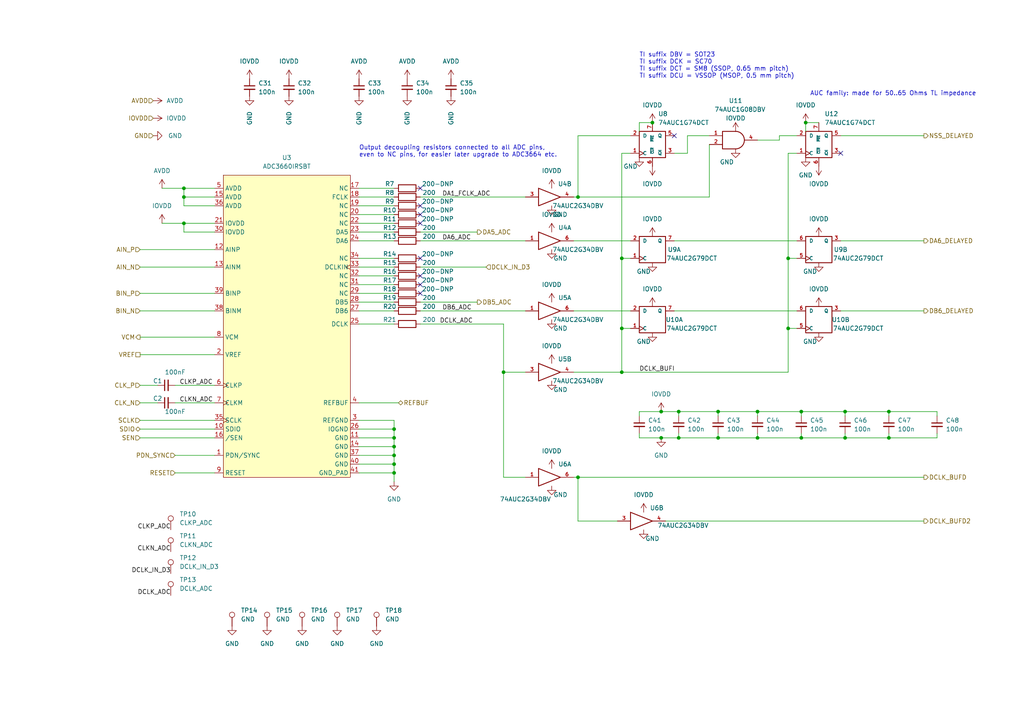
<source format=kicad_sch>
(kicad_sch (version 20211123) (generator eeschema)
  (paper "A4")
  (title_block (title "H7DDCADC") (date "2022-07-10") (rev "initial") (company "papamidas DM1CR") (comment 1 "ADC and Serial Protocol Converter "))
  (lib_symbols
    (symbol "74xGxx:74AUC1G08" (pin_names (offset 1.016))
      (property "Reference" "U" (at -2.54 3.81 0))
      (property "Value" "74AUC1G08" (at 0 -3.81 0))
      (symbol "74AUC1G08_0_1"
        (arc (start 0 -2.54) (mid 2.54 0) (end 0 2.54) (stroke (width 0.254)))
        (polyline (pts (xy 0 -2.54) (xy -3.81 -2.54) (xy -3.81 2.54) (xy 0 2.54)) (stroke (width 0.254)))
      )
      (symbol "74AUC1G08_1_1"
        (pin input line (at -7.62 1.27 0) (length 3.81) (name "~") (number "1"))
        (pin input line (at -7.62 -1.27 0) (length 3.81) (name "~") (number "2"))
        (pin power_in line (at 0 -2.54 270) (length 0) hide (name "GND") (number "3"))
        (pin output line (at 6.35 0 180) (length 3.81) (name "~") (number "4"))
        (pin power_in line (at 0 2.54 90) (length 0) hide (name "VCC") (number "5"))
      )
    )
    (symbol "74xGxx:74AUC1G74" (pin_names (offset 1.016))
      (property "Reference" "U" (at -2.54 5.08 0))
      (property "Value" "74AUC1G74" (at 5.08 -5.08 0))
      (symbol "74AUC1G74_0_1"
        (rectangle (start -3.81 3.81) (end 3.81 -3.81) (stroke (width 0.254)))
      )
      (symbol "74AUC1G74_1_1"
        (pin input clock (at -6.35 -2.54 0) (length 2.54) (name "C") (number "1"))
        (pin input line (at -6.35 2.54 0) (length 2.54) (name "D") (number "2"))
        (pin output line (at 6.35 -2.54 180) (length 2.54) (name "~{Q}") (number "3"))
        (pin power_in line (at -3.81 -3.81 270) (length 0) hide (name "GND") (number "4"))
        (pin output line (at 6.35 2.54 180) (length 2.54) (name "Q") (number "5"))
        (pin input line (at 0 -6.35 90) (length 2.54) (name "~{CLR}") (number "6"))
        (pin input line (at 0 6.35 270) (length 2.54) (name "~{PRE}") (number "7"))
        (pin power_in line (at -3.81 3.81 90) (length 0) hide (name "VCC") (number "8"))
      )
    )
    (symbol "74xGxx:74AUC2G34" (pin_names (offset 1.016))
      (property "Reference" "U" (at -2.54 3.81 0))
      (property "Value" "74AUC2G34" (at 0 -3.81 0))
      (symbol "74AUC2G34_0_1"
        (polyline (pts (xy -3.81 2.54) (xy -3.81 -2.54) (xy 2.54 0) (xy -3.81 2.54)) (stroke (width 0.254)))
        (pin power_in line (at 0 -2.54 270) (length 0) hide (name "GND") (number "2"))
        (pin power_in line (at 0 2.54 90) (length 0) hide (name "VCC") (number "5"))
      )
      (symbol "74AUC2G34_1_1"
        (pin input line (at -7.62 0 0) (length 3.81) (name "~") (number "1"))
        (pin output line (at 6.35 0 180) (length 3.81) (name "~") (number "6"))
      )
      (symbol "74AUC2G34_2_1"
        (pin input line (at -7.62 0 0) (length 3.81) (name "~") (number "3"))
        (pin output line (at 6.35 0 180) (length 3.81) (name "~") (number "4"))
      )
    )
    (symbol "74xGxx:74AUC2G79" (pin_names (offset 1.016))
      (property "Reference" "U" (at -2.54 5.08 0))
      (property "Value" "74AUC2G79" (at 0 -5.08 0))
      (symbol "74AUC2G79_0_1"
        (rectangle (start -3.81 3.81) (end 3.81 -3.81) (stroke (width 0.254)))
        (pin power_in line (at 0 -3.81 270) (length 0) hide (name "GND") (number "4"))
        (pin power_in line (at 0 3.81 90) (length 0) hide (name "VCC") (number "8"))
      )
      (symbol "74AUC2G79_1_1"
        (pin input clock (at -6.35 -2.54 0) (length 2.54) (name "C") (number "1"))
        (pin input line (at -6.35 2.54 0) (length 2.54) (name "D") (number "2"))
        (pin output line (at 6.35 2.54 180) (length 2.54) (name "Q") (number "7"))
      )
      (symbol "74AUC2G79_2_1"
        (pin output line (at 6.35 2.54 180) (length 2.54) (name "Q") (number "3"))
        (pin input clock (at -6.35 -2.54 0) (length 2.54) (name "C") (number "5"))
        (pin input line (at -6.35 2.54 0) (length 2.54) (name "D") (number "6"))
      )
    )
    (symbol "Connector:TestPoint" (pin_numbers hide) (pin_names (offset 0.762) hide)
      (property "Reference" "TP" (at 0 6.858 0))
      (property "Value" "TestPoint" (at 0 5.08 0))
      (symbol "TestPoint_0_1"
        (circle (center 0 3.302) (radius 0.762))
      )
      (symbol "TestPoint_1_1"
        (pin passive line (at 0 0 90) (length 2.54) (name "1") (number "1"))
      )
    )
    (symbol "DM1CR_Library_loc:ADC3660IRSBT"
      (property "Reference" "U" (at -16.51 44.45 0))
      (property "Value" "ADC3660IRSBT" (at -10.16 -45.72 0))
      (symbol "ADC3660IRSBT_0_1"
        (rectangle (start -17.78 43.18) (end 19.05 -44.45) (fill (type background)))
      )
      (symbol "ADC3660IRSBT_1_1"
        (pin input line (at -20.32 -38.1 0) (length 2.54) (name "PDN/SYNC") (number "1"))
        (pin bidirectional line (at -20.32 -30.48 0) (length 2.54) (name "SDIO") (number "10"))
        (pin power_in line (at 21.59 -33.02 180) (length 2.54) (name "GND") (number "11"))
        (pin passive line (at -20.32 21.59 0) (length 2.54) (name "AINP") (number "12"))
        (pin passive line (at -20.32 16.51 0) (length 2.54) (name "AINM") (number "13"))
        (pin power_in line (at 21.59 -35.56 180) (length 2.54) (name "GND") (number "14"))
        (pin power_in line (at -20.32 36.83 0) (length 2.54) (name "AVDD") (number "15"))
        (pin input line (at -20.32 -33.02 0) (length 2.54) (name "/SEN") (number "16"))
        (pin passive line (at 21.59 39.37 180) (length 2.54) (name "NC") (number "17"))
        (pin output line (at 21.59 36.83 180) (length 2.54) (name "FCLK") (number "18"))
        (pin passive line (at 21.59 34.29 180) (length 2.54) (name "NC") (number "19"))
        (pin passive line (at -20.32 -8.89 0) (length 2.54) (name "VREF") (number "2"))
        (pin passive line (at 21.59 31.75 180) (length 2.54) (name "NC") (number "20"))
        (pin power_in line (at -20.32 29.21 0) (length 2.54) (name "IOVDD") (number "21"))
        (pin passive line (at 21.59 29.21 180) (length 2.54) (name "NC") (number "22"))
        (pin output line (at 21.59 26.67 180) (length 2.54) (name "DA5") (number "23"))
        (pin output line (at 21.59 24.13 180) (length 2.54) (name "DA6") (number "24"))
        (pin output line (at 21.59 0 180) (length 2.54) (name "DCLK") (number "25"))
        (pin power_in line (at 21.59 -30.48 180) (length 2.54) (name "IOGND") (number "26"))
        (pin output line (at 21.59 3.81 180) (length 2.54) (name "DB6") (number "27"))
        (pin output line (at 21.59 6.35 180) (length 2.54) (name "DB5") (number "28"))
        (pin passive line (at 21.59 8.89 180) (length 2.54) (name "NC") (number "29"))
        (pin passive line (at 21.59 -27.94 180) (length 2.54) (name "REFGND") (number "3"))
        (pin power_in line (at -20.32 26.67 0) (length 2.54) (name "IOVDD") (number "30"))
        (pin passive line (at 21.59 11.43 180) (length 2.54) (name "NC") (number "31"))
        (pin passive line (at 21.59 13.97 180) (length 2.54) (name "NC") (number "32"))
        (pin input clock (at 21.59 16.51 180) (length 2.54) (name "DCLKIN") (number "33"))
        (pin passive line (at 21.59 19.05 180) (length 2.54) (name "NC") (number "34"))
        (pin input clock (at -20.32 -27.94 0) (length 2.54) (name "SCLK") (number "35"))
        (pin power_in line (at -20.32 34.29 0) (length 2.54) (name "AVDD") (number "36"))
        (pin power_in line (at 21.59 -38.1 180) (length 2.54) (name "GND") (number "37"))
        (pin passive line (at -20.32 3.81 0) (length 2.54) (name "BINM") (number "38"))
        (pin passive line (at -20.32 8.89 0) (length 2.54) (name "BINP") (number "39"))
        (pin passive line (at 21.59 -22.86 180) (length 2.54) (name "REFBUF") (number "4"))
        (pin power_in line (at 21.59 -40.64 180) (length 2.54) (name "GND") (number "40"))
        (pin power_in line (at 21.59 -43.18 180) (length 2.54) (name "GND_PAD") (number "41"))
        (pin power_in line (at -20.32 39.37 0) (length 2.54) (name "AVDD") (number "5"))
        (pin input clock (at -20.32 -17.78 0) (length 2.54) (name "CLKP") (number "6"))
        (pin input clock (at -20.32 -22.86 0) (length 2.54) (name "CLKM") (number "7"))
        (pin passive line (at -20.32 -3.81 0) (length 2.54) (name "VCM") (number "8"))
        (pin input line (at -20.32 -43.18 0) (length 2.54) (name "RESET") (number "9"))
      )
    )
    (symbol "DM1CR_Library_loc:AVDD" (power) (pin_names (offset 0))
      (property "Value" "AVDD" (at 0 3.556 0))
      (symbol "AVDD_0_1"
        (polyline (pts (xy -0.762 1.27) (xy 0 2.54)))
        (polyline (pts (xy 0 0) (xy 0 2.54)))
        (polyline (pts (xy 0 2.54) (xy 0.762 1.27)))
      )
      (symbol "AVDD_1_1"
        (pin power_in line (at 0 0 90) (length 0) hide (name "AVDD") (number "1"))
      )
    )
    (symbol "DM1CR_Library_loc:IOVDD" (power) (pin_names (offset 0))
      (property "Value" "IOVDD" (at 0 3.556 0))
      (symbol "IOVDD_0_1"
        (polyline (pts (xy -0.762 1.27) (xy 0 2.54)))
        (polyline (pts (xy 0 0) (xy 0 2.54)))
        (polyline (pts (xy 0 2.54) (xy 0.762 1.27)))
      )
      (symbol "IOVDD_1_1"
        (pin power_in line (at 0 0 90) (length 0) hide (name "IOVDD") (number "1"))
      )
    )
    (symbol "Device:C_Small" (pin_numbers hide) (pin_names (offset 0.254) hide)
      (property "Reference" "C" (at 0.254 1.778 0))
      (property "Value" "C_Small" (at 0.254 -2.032 0))
      (symbol "C_Small_0_1"
        (polyline (pts (xy -1.524 -0.508) (xy 1.524 -0.508)) (stroke (width 0.3302)))
        (polyline (pts (xy -1.524 0.508) (xy 1.524 0.508)) (stroke (width 0.3048)))
      )
      (symbol "C_Small_1_1"
        (pin passive line (at 0 2.54 270) (length 2.032) (name "~") (number "1"))
        (pin passive line (at 0 -2.54 90) (length 2.032) (name "~") (number "2"))
      )
    )
    (symbol "Device:R" (pin_numbers hide) (pin_names (offset 0))
      (property "Reference" "R" (at 2.032 0 90))
      (property "Value" "R" (at 0 0 90))
      (symbol "R_0_1"
        (rectangle (start -1.016 -2.54) (end 1.016 2.54) (stroke (width 0.254)))
      )
      (symbol "R_1_1"
        (pin passive line (at 0 3.81 270) (length 1.27) (name "~") (number "1"))
        (pin passive line (at 0 -3.81 90) (length 1.27) (name "~") (number "2"))
      )
    )
    (symbol "power:GND" (power) (pin_names (offset 0))
      (property "Value" "GND" (at 0 -3.81 0))
      (symbol "GND_0_1"
        (polyline (pts (xy 0 0) (xy 0 -1.27) (xy 1.27 -1.27) (xy 0 -2.54) (xy -1.27 -1.27) (xy 0 -1.27)))
      )
      (symbol "GND_1_1"
        (pin power_in line (at 0 0 270) (length 0) hide (name "GND") (number "1"))
      )
    )
  )
  (junction (at 180.34 107.95))
  (junction (at 114.3 127))
  (junction (at 219.71 119.38))
  (junction (at 114.3 134.62))
  (junction (at 114.3 129.54))
  (junction (at 208.28 127))
  (junction (at 167.64 57.15))
  (junction (at 219.71 127))
  (junction (at 180.34 95.25))
  (junction (at 114.3 124.46))
  (junction (at 53.34 57.15))
  (junction (at 228.6 95.25))
  (junction (at 232.41 127))
  (junction (at 53.34 54.61))
  (junction (at 232.41 119.38))
  (junction (at 233.68 35.56))
  (junction (at 114.3 137.16))
  (junction (at 191.77 119.38))
  (junction (at 245.11 119.38))
  (junction (at 196.85 119.38))
  (junction (at 257.81 119.38))
  (junction (at 167.64 138.43))
  (junction (at 196.85 127))
  (junction (at 180.34 74.93))
  (junction (at 257.81 127))
  (junction (at 208.28 119.38))
  (junction (at 146.05 107.95))
  (junction (at 245.11 127))
  (junction (at 191.77 127))
  (junction (at 189.23 35.56))
  (junction (at 53.34 64.77))
  (junction (at 228.6 74.93))
  (junction (at 114.3 132.08))
  (no_connect (at 195.58 39.37))
  (no_connect (at 243.84 44.45))
  (no_connect (at 121.92 80.01))
  (no_connect (at 121.92 54.61))
  (no_connect (at 121.92 85.09))
  (no_connect (at 121.92 74.93))
  (no_connect (at 121.92 82.55))
  (no_connect (at 121.92 62.23))
  (no_connect (at 121.92 64.77))
  (no_connect (at 121.92 59.69))
  (wire (pts (xy 257.81 127) (xy 271.78 127)))
  (wire (pts (xy 121.92 69.85) (xy 152.4 69.85)))
  (wire (pts (xy 114.3 132.08) (xy 114.3 134.62)))
  (wire (pts (xy 104.14 127) (xy 114.3 127)))
  (wire (pts (xy 232.41 127) (xy 245.11 127)))
  (wire (pts (xy 40.64 85.09) (xy 62.23 85.09)))
  (wire (pts (xy 226.06 39.37) (xy 231.14 39.37)))
  (wire (pts (xy 196.85 127) (xy 208.28 127)))
  (wire (pts (xy 208.28 125.73) (xy 208.28 127)))
  (wire (pts (xy 196.85 119.38) (xy 208.28 119.38)))
  (wire (pts (xy 104.14 121.92) (xy 114.3 121.92)))
  (wire (pts (xy 271.78 119.38) (xy 271.78 120.65)))
  (wire (pts (xy 121.92 90.17) (xy 152.4 90.17)))
  (wire (pts (xy 191.77 127) (xy 196.85 127)))
  (wire (pts (xy 104.14 116.84) (xy 115.57 116.84)))
  (wire (pts (xy 53.34 64.77) (xy 46.99 64.77)))
  (wire (pts (xy 40.64 90.17) (xy 62.23 90.17)))
  (wire (pts (xy 104.14 137.16) (xy 114.3 137.16)))
  (wire (pts (xy 193.04 151.13) (xy 267.97 151.13)))
  (wire (pts (xy 104.14 90.17) (xy 114.3 90.17)))
  (wire (pts (xy 104.14 77.47) (xy 114.3 77.47)))
  (wire (pts (xy 195.58 90.17) (xy 231.14 90.17)))
  (wire (pts (xy 180.34 44.45) (xy 180.34 74.93)))
  (wire (pts (xy 257.81 119.38) (xy 271.78 119.38)))
  (wire (pts (xy 180.34 74.93) (xy 180.34 95.25)))
  (wire (pts (xy 228.6 95.25) (xy 228.6 74.93)))
  (wire (pts (xy 167.64 138.43) (xy 267.97 138.43)))
  (wire (pts (xy 53.34 64.77) (xy 62.23 64.77)))
  (wire (pts (xy 40.64 121.92) (xy 62.23 121.92)))
  (wire (pts (xy 208.28 119.38) (xy 219.71 119.38)))
  (wire (pts (xy 185.42 35.56) (xy 189.23 35.56)))
  (wire (pts (xy 53.34 57.15) (xy 53.34 54.61)))
  (wire (pts (xy 53.34 59.69) (xy 62.23 59.69)))
  (wire (pts (xy 182.88 44.45) (xy 180.34 44.45)))
  (wire (pts (xy 114.3 124.46) (xy 114.3 127)))
  (wire (pts (xy 104.14 62.23) (xy 114.3 62.23)))
  (wire (pts (xy 114.3 129.54) (xy 114.3 132.08)))
  (wire (pts (xy 233.68 35.56) (xy 237.49 35.56)))
  (wire (pts (xy 104.14 80.01) (xy 114.3 80.01)))
  (wire (pts (xy 53.34 54.61) (xy 62.23 54.61)))
  (wire (pts (xy 40.64 124.46) (xy 62.23 124.46)))
  (wire (pts (xy 114.3 121.92) (xy 114.3 124.46)))
  (wire (pts (xy 146.05 93.98) (xy 146.05 107.95)))
  (wire (pts (xy 232.41 119.38) (xy 232.41 120.65)))
  (wire (pts (xy 185.42 127) (xy 191.77 127)))
  (wire (pts (xy 104.14 85.09) (xy 114.3 85.09)))
  (wire (pts (xy 205.74 41.91) (xy 205.74 57.15)))
  (wire (pts (xy 104.14 67.31) (xy 114.3 67.31)))
  (wire (pts (xy 196.85 125.73) (xy 196.85 127)))
  (wire (pts (xy 104.14 64.77) (xy 114.3 64.77)))
  (wire (pts (xy 53.34 67.31) (xy 53.34 64.77)))
  (wire (pts (xy 228.6 74.93) (xy 231.14 74.93)))
  (wire (pts (xy 104.14 134.62) (xy 114.3 134.62)))
  (wire (pts (xy 195.58 44.45) (xy 199.39 44.45)))
  (wire (pts (xy 114.3 127) (xy 114.3 129.54)))
  (wire (pts (xy 53.34 57.15) (xy 62.23 57.15)))
  (wire (pts (xy 219.71 119.38) (xy 232.41 119.38)))
  (wire (pts (xy 121.92 77.47) (xy 140.97 77.47)))
  (wire (pts (xy 205.74 39.37) (xy 199.39 39.37)))
  (wire (pts (xy 104.14 124.46) (xy 114.3 124.46)))
  (wire (pts (xy 104.14 93.98) (xy 114.3 93.98)))
  (wire (pts (xy 228.6 44.45) (xy 228.6 74.93)))
  (wire (pts (xy 121.92 93.98) (xy 146.05 93.98)))
  (wire (pts (xy 245.11 125.73) (xy 245.11 127)))
  (wire (pts (xy 166.37 57.15) (xy 167.64 57.15)))
  (wire (pts (xy 114.3 134.62) (xy 114.3 137.16)))
  (wire (pts (xy 40.64 102.87) (xy 62.23 102.87)))
  (wire (pts (xy 104.14 57.15) (xy 114.3 57.15)))
  (wire (pts (xy 121.92 67.31) (xy 138.43 67.31)))
  (wire (pts (xy 205.74 57.15) (xy 167.64 57.15)))
  (wire (pts (xy 53.34 59.69) (xy 53.34 57.15)))
  (wire (pts (xy 232.41 119.38) (xy 245.11 119.38)))
  (wire (pts (xy 104.14 132.08) (xy 114.3 132.08)))
  (wire (pts (xy 104.14 54.61) (xy 114.3 54.61)))
  (wire (pts (xy 245.11 127) (xy 257.81 127)))
  (wire (pts (xy 40.64 97.79) (xy 62.23 97.79)))
  (wire (pts (xy 40.64 77.47) (xy 62.23 77.47)))
  (wire (pts (xy 104.14 82.55) (xy 114.3 82.55)))
  (wire (pts (xy 114.3 137.16) (xy 114.3 139.7)))
  (wire (pts (xy 231.14 44.45) (xy 228.6 44.45)))
  (wire (pts (xy 185.42 35.56) (xy 185.42 38.1)))
  (wire (pts (xy 40.64 111.76) (xy 45.72 111.76)))
  (wire (pts (xy 219.71 119.38) (xy 219.71 120.65)))
  (wire (pts (xy 40.64 72.39) (xy 62.23 72.39)))
  (wire (pts (xy 166.37 138.43) (xy 167.64 138.43)))
  (wire (pts (xy 243.84 69.85) (xy 267.97 69.85)))
  (wire (pts (xy 167.64 151.13) (xy 167.64 138.43)))
  (wire (pts (xy 185.42 125.73) (xy 185.42 127)))
  (wire (pts (xy 166.37 107.95) (xy 180.34 107.95)))
  (wire (pts (xy 219.71 127) (xy 232.41 127)))
  (wire (pts (xy 199.39 39.37) (xy 199.39 44.45)))
  (wire (pts (xy 195.58 69.85) (xy 231.14 69.85)))
  (wire (pts (xy 166.37 69.85) (xy 182.88 69.85)))
  (wire (pts (xy 257.81 119.38) (xy 257.81 120.65)))
  (wire (pts (xy 271.78 125.73) (xy 271.78 127)))
  (wire (pts (xy 146.05 107.95) (xy 152.4 107.95)))
  (wire (pts (xy 167.64 151.13) (xy 179.07 151.13)))
  (wire (pts (xy 219.71 40.64) (xy 226.06 40.64)))
  (wire (pts (xy 104.14 69.85) (xy 114.3 69.85)))
  (wire (pts (xy 196.85 120.65) (xy 196.85 119.38)))
  (wire (pts (xy 167.64 39.37) (xy 182.88 39.37)))
  (wire (pts (xy 50.8 132.08) (xy 62.23 132.08)))
  (wire (pts (xy 182.88 74.93) (xy 180.34 74.93)))
  (wire (pts (xy 232.41 125.73) (xy 232.41 127)))
  (wire (pts (xy 208.28 119.38) (xy 208.28 120.65)))
  (wire (pts (xy 104.14 74.93) (xy 114.3 74.93)))
  (wire (pts (xy 121.92 57.15) (xy 152.4 57.15)))
  (wire (pts (xy 185.42 119.38) (xy 185.42 120.65)))
  (wire (pts (xy 50.8 111.76) (xy 62.23 111.76)))
  (wire (pts (xy 243.84 39.37) (xy 267.97 39.37)))
  (wire (pts (xy 50.8 116.84) (xy 62.23 116.84)))
  (wire (pts (xy 226.06 40.64) (xy 226.06 39.37)))
  (wire (pts (xy 40.64 116.84) (xy 45.72 116.84)))
  (wire (pts (xy 233.68 35.56) (xy 233.68 38.1)))
  (wire (pts (xy 180.34 107.95) (xy 228.6 107.95)))
  (wire (pts (xy 228.6 107.95) (xy 228.6 95.25)))
  (wire (pts (xy 121.92 87.63) (xy 138.43 87.63)))
  (wire (pts (xy 245.11 119.38) (xy 245.11 120.65)))
  (wire (pts (xy 231.14 95.25) (xy 228.6 95.25)))
  (wire (pts (xy 53.34 67.31) (xy 62.23 67.31)))
  (wire (pts (xy 191.77 119.38) (xy 185.42 119.38)))
  (wire (pts (xy 104.14 59.69) (xy 114.3 59.69)))
  (wire (pts (xy 219.71 125.73) (xy 219.71 127)))
  (wire (pts (xy 40.64 127) (xy 62.23 127)))
  (wire (pts (xy 104.14 129.54) (xy 114.3 129.54)))
  (wire (pts (xy 104.14 87.63) (xy 114.3 87.63)))
  (wire (pts (xy 167.64 39.37) (xy 167.64 57.15)))
  (wire (pts (xy 50.8 137.16) (xy 62.23 137.16)))
  (wire (pts (xy 243.84 90.17) (xy 267.97 90.17)))
  (wire (pts (xy 196.85 119.38) (xy 191.77 119.38)))
  (wire (pts (xy 180.34 95.25) (xy 182.88 95.25)))
  (wire (pts (xy 245.11 119.38) (xy 257.81 119.38)))
  (wire (pts (xy 257.81 125.73) (xy 257.81 127)))
  (wire (pts (xy 53.34 54.61) (xy 46.99 54.61)))
  (wire (pts (xy 146.05 107.95) (xy 146.05 138.43)))
  (wire (pts (xy 180.34 95.25) (xy 180.34 107.95)))
  (wire (pts (xy 146.05 138.43) (xy 152.4 138.43)))
  (wire (pts (xy 208.28 127) (xy 219.71 127)))
  (wire (pts (xy 166.37 90.17) (xy 182.88 90.17)))
  (text "TI suffix DBV = SOT23\nTI suffix DCK = SC70\nTI suffix DCT = SM8 (SSOP, 0.65 mm pitch)\nTI suffix DCU = VSSOP (MSOP, 0.5 mm pitch)" (at 185.42 22.86 0) (effects (font (size 1.27 1.27)) (justify left bottom)))
  (text "Output decoupling resistors connected to all ADC pins,\neven to NC pins, for easier later upgrade to ADC3664 etc." (at 104.14 45.72 0) (effects (font (size 1.27 1.27)) (justify left bottom)))
  (text "AUC family: made for 50..65 Ohms TL impedance" (at 234.95 27.94 0) (effects (font (size 1.27 1.27)) (justify left bottom)))
  (label "DCLK_ADC" (at 137.16 93.98 180))
  (label "CLKN_ADC" (at 52.07 116.84 0))
  (label "CLKN_ADC" (at 49.53 160.02 180))
  (label "CLKP_ADC" (at 52.07 111.76 0))
  (label "DCLK_BUFI" (at 185.42 107.95 0))
  (label "DA6_ADC" (at 128.27 69.85 0))
  (label "CLKP_ADC" (at 49.53 153.67 180))
  (label "DB6_ADC" (at 128.27 90.17 0))
  (label "DA1_FCLK_ADC" (at 128.27 57.15 0))
  (label "DCLK_IN_D3" (at 49.53 166.37 180))
  (label "DCLK_ADC" (at 49.53 172.72 180))
  (hierarchical_label "AVDD" (shape input) (at 44.45 29.21 180))
  (hierarchical_label "BIN_P" (shape input) (at 40.64 85.09 180))
  (hierarchical_label "NSS_DELAYED" (shape output) (at 267.97 39.37 0))
  (hierarchical_label "DCLK_BUFD" (shape output) (at 267.97 138.43 0))
  (hierarchical_label "VCM" (shape output) (at 40.64 97.79 180))
  (hierarchical_label "DB5_ADC" (shape output) (at 138.43 87.63 0))
  (hierarchical_label "DCLK_IN_D3" (shape input) (at 140.97 77.47 0))
  (hierarchical_label "SEN" (shape input) (at 40.64 127 180))
  (hierarchical_label "IOVDD" (shape input) (at 44.45 34.29 180))
  (hierarchical_label "RESET" (shape input) (at 50.8 137.16 180))
  (hierarchical_label "AIN_P" (shape input) (at 40.64 72.39 180))
  (hierarchical_label "SDIO" (shape bidirectional) (at 40.64 124.46 180))
  (hierarchical_label "SCLK" (shape input) (at 40.64 121.92 180))
  (hierarchical_label "BIN_N" (shape input) (at 40.64 90.17 180))
  (hierarchical_label "VREF" (shape passive) (at 40.64 102.87 180))
  (hierarchical_label "REFBUF" (shape bidirectional) (at 115.57 116.84 0))
  (hierarchical_label "DB6_DELAYED" (shape output) (at 267.97 90.17 0))
  (hierarchical_label "CLK_P" (shape input) (at 40.64 111.76 180))
  (hierarchical_label "DCLK_BUFD2" (shape output) (at 267.97 151.13 0))
  (hierarchical_label "DA5_ADC" (shape output) (at 138.43 67.31 0))
  (hierarchical_label "PDN_SYNC" (shape input) (at 50.8 132.08 180))
  (hierarchical_label "AIN_N" (shape input) (at 40.64 77.47 180))
  (hierarchical_label "DA6_DELAYED" (shape output) (at 267.97 69.85 0))
  (hierarchical_label "GND" (shape input) (at 44.45 39.37 180))
  (hierarchical_label "CLK_N" (shape input) (at 40.64 116.84 180))
  (symbol (lib_id "DM1CR_Library_loc:AVDD") (at 118.11 22.86 0) (unit 1)
    (property "Reference" "#PWR0164" (effects hide))
    (property "Value" "AVDD" (at 118.11 17.78 0))
  )
  (symbol (lib_id "74xGxx:74AUC2G79") (at 189.23 92.71 0) (unit 1)
    (property "Reference" "U10" (at 195.58 92.71 0))
    (property "Value" "74AUC2G79DCT" (at 200.66 95.25 0))
    (property "Footprint" "Package_SO:MSOP-8_3x3mm_P0.65mm" (effects hide))
    (property "Datasheet" "http://www.ti.com/lit/sg/scyt129e/scyt129e.pdf" (effects hide))
  )
  (symbol (lib_id "74xGxx:74AUC2G34") (at 160.02 138.43 0) (unit 1)
    (property "Reference" "U6" (at 163.83 134.62 0))
    (property "Value" "74AUC2G34DBV" (at 152.4 144.78 0))
    (property "Footprint" "Package_TO_SOT_SMD:SOT-23-6_Handsoldering" (effects hide))
    (property "Datasheet" "http://www.ti.com/lit/sg/scyt129e/scyt129e.pdf" (effects hide))
  )
  (symbol (lib_id "Device:C_Small") (at 196.85 123.19 0) (unit 1)
    (property "Reference" "C42" (at 199.39 121.9262 0) (effects (justify left)))
    (property "Value" "100n" (at 199.39 124.4662 0) (effects (justify left)))
    (property "Footprint" "Capacitor_SMD:C_0402_1005Metric_Pad0.74x0.62mm_HandSolder" (effects hide))
  )
  (symbol (lib_id "74xGxx:74AUC1G74") (at 189.23 41.91 0) (unit 1)
    (property "Reference" "U8" (at 190.9001 33.02 0) (effects (justify left)))
    (property "Value" "74AUC1G74DCT" (at 190.9001 35.56 0) (effects (justify left)))
    (property "Footprint" "Package_SO:VSSOP-8_2.4x2.1mm_P0.5mm" (effects hide))
    (property "Datasheet" "http://www.ti.com/lit/sg/scyt129e/scyt129e.pdf" (effects hide))
  )
  (symbol (lib_id "DM1CR_Library_loc:IOVDD") (at 72.39 22.86 0) (unit 1)
    (property "Reference" "#PWR0140" (effects hide))
    (property "Value" "IOVDD" (at 72.39 17.78 0))
  )
  (symbol (lib_id "Device:R") (at 118.11 74.93 90) (unit 1)
    (property "Reference" "R14" (at 113.03 73.66 90))
    (property "Value" "200-DNP" (at 127 73.66 90))
    (property "Footprint" "Resistor_SMD:R_0402_1005Metric_Pad0.72x0.64mm_HandSolder" (effects hide))
  )
  (symbol (lib_id "Device:C_Small") (at 219.71 123.19 0) (unit 1)
    (property "Reference" "C44" (at 222.25 121.9262 0) (effects (justify left)))
    (property "Value" "100n" (at 222.25 124.4662 0) (effects (justify left)))
    (property "Footprint" "Capacitor_SMD:C_0402_1005Metric_Pad0.74x0.62mm_HandSolder" (effects hide))
  )
  (symbol (lib_id "power:GND") (at 160.02 110.49 0) (unit 1)
    (property "Reference" "#PWR055" (effects hide))
    (property "Value" "GND" (at 162.56 113.03 0))
  )
  (symbol (lib_id "Connector:TestPoint") (at 67.31 181.61 0) (unit 1)
    (property "Reference" "TP14" (at 69.85 177.0379 0) (effects (justify left)))
    (property "Value" "GND" (at 69.85 179.5779 0) (effects (justify left)))
    (property "Footprint" "TestPoint:TestPoint_THTPad_D1.5mm_Drill0.7mm" (effects hide))
  )
  (symbol (lib_id "Device:C_Small") (at 72.39 25.4 0) (unit 1)
    (property "Reference" "C31" (at 74.93 24.1362 0) (effects (justify left)))
    (property "Value" "100n" (at 74.93 26.6762 0) (effects (justify left)))
    (property "Footprint" "Capacitor_SMD:C_0402_1005Metric_Pad0.74x0.62mm_HandSolder" (effects hide))
  )
  (symbol (lib_id "power:GND") (at 87.63 181.61 0) (unit 1)
    (property "Reference" "#PWR033" (effects hide))
    (property "Value" "GND" (at 87.63 186.69 0))
  )
  (symbol (lib_id "DM1CR_Library_loc:IOVDD") (at 160.02 105.41 0) (unit 1)
    (property "Reference" "#PWR0173" (effects hide))
    (property "Value" "IOVDD" (at 160.02 100.33 0))
  )
  (symbol (lib_id "power:GND") (at 118.11 27.94 0) (unit 1)
    (property "Reference" "#PWR0141" (effects hide))
    (property "Value" "GND" (at 118.11 34.29 90))
  )
  (symbol (lib_id "power:GND") (at 97.79 181.61 0) (unit 1)
    (property "Reference" "#PWR034" (effects hide))
    (property "Value" "GND" (at 97.79 186.69 0))
  )
  (symbol (lib_id "Connector:TestPoint") (at 49.53 160.02 0) (unit 1)
    (property "Reference" "TP11" (at 52.07 155.4479 0) (effects (justify left)))
    (property "Value" "CLKN_ADC" (at 52.07 157.9879 0) (effects (justify left)))
    (property "Footprint" "TestPoint:TestPoint_THTPad_D1.5mm_Drill0.7mm" (effects hide))
  )
  (symbol (lib_id "DM1CR_Library_loc:IOVDD") (at 233.68 35.56 0) (unit 1)
    (property "Reference" "#PWR07" (effects hide))
    (property "Value" "IOVDD" (at 233.68 30.48 0))
  )
  (symbol (lib_id "Device:R") (at 118.11 59.69 90) (unit 1)
    (property "Reference" "R9" (at 113.03 58.42 90))
    (property "Value" "200-DNP" (at 127 58.42 90))
    (property "Footprint" "Resistor_SMD:R_0402_1005Metric_Pad0.72x0.64mm_HandSolder" (effects hide))
  )
  (symbol (lib_id "power:GND") (at 44.45 39.37 90) (unit 1)
    (property "Reference" "#PWR043" (effects hide))
    (property "Value" "GND" (at 50.8 39.37 90))
  )
  (symbol (lib_id "Device:R") (at 118.11 82.55 90) (unit 1)
    (property "Reference" "R17" (at 113.03 81.28 90))
    (property "Value" "200-DNP" (at 127 81.28 90))
    (property "Footprint" "Resistor_SMD:R_0402_1005Metric_Pad0.72x0.64mm_HandSolder" (effects hide))
  )
  (symbol (lib_id "DM1CR_Library_loc:AVDD") (at 130.81 22.86 0) (unit 1)
    (property "Reference" "#PWR0163" (effects hide))
    (property "Value" "AVDD" (at 130.81 17.78 0))
  )
  (symbol (lib_id "power:GND") (at 160.02 59.69 0) (unit 1)
    (property "Reference" "#PWR049" (effects hide))
    (property "Value" "GND" (at 162.56 62.23 0))
  )
  (symbol (lib_id "74xGxx:74AUC2G79") (at 189.23 72.39 0) (unit 1)
    (property "Reference" "U9" (at 195.58 72.39 0))
    (property "Value" "74AUC2G79DCT" (at 200.66 74.93 0))
    (property "Footprint" "Package_SO:MSOP-8_3x3mm_P0.65mm" (effects hide))
    (property "Datasheet" "http://www.ti.com/lit/sg/scyt129e/scyt129e.pdf" (effects hide))
  )
  (symbol (lib_id "74xGxx:74AUC1G08") (at 213.36 40.64 0) (unit 1)
    (property "Reference" "U11" (at 213.36 29.21 0))
    (property "Value" "74AUC1G08DBV" (at 214.63 31.75 0))
    (property "Footprint" "Package_TO_SOT_SMD:SOT-23-5" (effects hide))
    (property "Datasheet" "http://www.ti.com/lit/sg/scyt129e/scyt129e.pdf" (effects hide))
  )
  (symbol (lib_id "power:GND") (at 160.02 92.71 0) (unit 1)
    (property "Reference" "#PWR053" (effects hide))
    (property "Value" "GND" (at 162.56 95.25 0))
  )
  (symbol (lib_id "power:GND") (at 191.77 127 0) (unit 1)
    (property "Reference" "#PWR015" (effects hide))
    (property "Value" "GND" (at 191.77 132.08 0))
  )
  (symbol (lib_id "DM1CR_Library_loc:IOVDD") (at 189.23 35.56 0) (unit 1)
    (property "Reference" "#PWR0178" (effects hide))
    (property "Value" "IOVDD" (at 189.23 30.48 0))
  )
  (symbol (lib_id "power:GND") (at 109.22 181.61 0) (unit 1)
    (property "Reference" "#PWR093" (effects hide))
    (property "Value" "GND" (at 109.22 186.69 0))
  )
  (symbol (lib_id "DM1CR_Library_loc:IOVDD") (at 237.49 48.26 180) (unit 1)
    (property "Reference" "#PWR0167" (effects hide))
    (property "Value" "IOVDD" (at 237.49 53.34 0))
  )
  (symbol (lib_id "DM1CR_Library_loc:IOVDD") (at 237.49 88.9 0) (unit 1)
    (property "Reference" "#PWR0172" (effects hide))
    (property "Value" "IOVDD" (at 237.49 83.82 0))
  )
  (symbol (lib_id "Connector:TestPoint") (at 97.79 181.61 0) (unit 1)
    (property "Reference" "TP17" (at 100.33 177.0379 0) (effects (justify left)))
    (property "Value" "GND" (at 100.33 179.5779 0) (effects (justify left)))
    (property "Footprint" "TestPoint:TestPoint_THTPad_D1.5mm_Drill0.7mm" (effects hide))
  )
  (symbol (lib_id "power:GND") (at 160.02 140.97 0) (unit 1)
    (property "Reference" "#PWR057" (effects hide))
    (property "Value" "GND" (at 162.56 143.51 0))
  )
  (symbol (lib_id "74xGxx:74AUC2G34") (at 186.69 151.13 0) (unit 2)
    (property "Reference" "U6" (at 190.5 147.32 0))
    (property "Value" "74AUC2G34DBV" (at 198.12 152.4 0))
    (property "Footprint" "Package_TO_SOT_SMD:SOT-23-6_Handsoldering" (effects hide))
    (property "Datasheet" "http://www.ti.com/lit/sg/scyt129e/scyt129e.pdf" (effects hide))
  )
  (symbol (lib_id "DM1CR_Library_loc:IOVDD") (at 189.23 68.58 0) (unit 1)
    (property "Reference" "#PWR0169" (effects hide))
    (property "Value" "IOVDD" (at 189.23 63.5 0))
  )
  (symbol (lib_id "74xGxx:74AUC2G34") (at 160.02 107.95 0) (unit 2)
    (property "Reference" "U5" (at 163.83 104.14 0))
    (property "Value" "74AUC2G34DBV" (at 167.64 110.49 0))
    (property "Footprint" "Package_TO_SOT_SMD:SOT-23-6_Handsoldering" (effects hide))
    (property "Datasheet" "http://www.ti.com/lit/sg/scyt129e/scyt129e.pdf" (effects hide))
  )
  (symbol (lib_id "power:GND") (at 186.69 153.67 0) (unit 1)
    (property "Reference" "#PWR061" (effects hide))
    (property "Value" "GND" (at 189.23 156.21 0))
  )
  (symbol (lib_id "Device:C_Small") (at 185.42 123.19 0) (unit 1)
    (property "Reference" "C41" (at 187.96 121.9262 0) (effects (justify left)))
    (property "Value" "100n" (at 187.96 124.4662 0) (effects (justify left)))
    (property "Footprint" "Capacitor_SMD:C_0402_1005Metric_Pad0.74x0.62mm_HandSolder" (effects hide))
  )
  (symbol (lib_id "DM1CR_Library_loc:IOVDD") (at 186.69 148.59 0) (unit 1)
    (property "Reference" "#PWR0171" (effects hide))
    (property "Value" "IOVDD" (at 186.69 143.51 0))
  )
  (symbol (lib_id "power:GND") (at 233.68 45.72 0) (unit 1)
    (property "Reference" "#PWR070" (effects hide))
    (property "Value" "GND" (at 233.68 50.8 0))
  )
  (symbol (lib_id "DM1CR_Library_loc:ADC3660IRSBT") (at 82.55 93.98 0) (unit 1)
    (property "Reference" "U3" (at 83.185 45.72 0))
    (property "Value" "ADC3660IRSBT" (at 83.185 48.26 0))
    (property "Footprint" "Package_DFN_QFN:UQFN-40-1EP_5x5mm_P0.4mm_EP3.8x3.8mm_ThermalVias" (effects hide))
  )
  (symbol (lib_id "DM1CR_Library_loc:IOVDD") (at 83.82 22.86 0) (unit 1)
    (property "Reference" "#PWR0142" (effects hide))
    (property "Value" "IOVDD" (at 83.82 17.78 0))
  )
  (symbol (lib_id "Connector:TestPoint") (at 87.63 181.61 0) (unit 1)
    (property "Reference" "TP16" (at 90.17 177.0379 0) (effects (justify left)))
    (property "Value" "GND" (at 90.17 179.5779 0) (effects (justify left)))
    (property "Footprint" "TestPoint:TestPoint_THTPad_D1.5mm_Drill0.7mm" (effects hide))
  )
  (symbol (lib_id "Device:R") (at 118.11 64.77 90) (unit 1)
    (property "Reference" "R11" (at 113.03 63.5 90))
    (property "Value" "200-DNP" (at 127 63.5 90))
    (property "Footprint" "Resistor_SMD:R_0402_1005Metric_Pad0.72x0.64mm_HandSolder" (effects hide))
  )
  (symbol (lib_id "power:GND") (at 237.49 76.2 0) (unit 1)
    (property "Reference" "#PWR073" (effects hide))
    (property "Value" "GND" (at 234.95 78.74 0))
  )
  (symbol (lib_id "power:GND") (at 77.47 181.61 0) (unit 1)
    (property "Reference" "#PWR028" (effects hide))
    (property "Value" "GND" (at 77.47 186.69 0))
  )
  (symbol (lib_id "power:GND") (at 72.39 27.94 0) (unit 1)
    (property "Reference" "#PWR0135" (effects hide))
    (property "Value" "GND" (at 72.39 34.29 90))
  )
  (symbol (lib_id "Device:R") (at 118.11 90.17 270) (unit 1)
    (property "Reference" "R20" (at 113.03 88.9 90))
    (property "Value" "200" (at 124.46 88.9 90))
    (property "Footprint" "Resistor_SMD:R_0402_1005Metric_Pad0.72x0.64mm_HandSolder" (effects hide))
  )
  (symbol (lib_id "74xGxx:74AUC1G74") (at 237.49 41.91 0) (unit 1)
    (property "Reference" "U12" (at 239.1601 33.02 0) (effects (justify left)))
    (property "Value" "74AUC1G74DCT" (at 239.1601 35.56 0) (effects (justify left)))
    (property "Footprint" "Package_SO:VSSOP-8_2.4x2.1mm_P0.5mm" (effects hide))
    (property "Datasheet" "http://www.ti.com/lit/sg/scyt129e/scyt129e.pdf" (effects hide))
  )
  (symbol (lib_id "74xGxx:74AUC2G34") (at 160.02 90.17 0) (unit 1)
    (property "Reference" "U5" (at 163.83 86.36 0))
    (property "Value" "74AUC2G34DBV" (at 167.64 92.71 0))
    (property "Footprint" "Package_TO_SOT_SMD:SOT-23-6_Handsoldering" (effects hide))
    (property "Datasheet" "http://www.ti.com/lit/sg/scyt129e/scyt129e.pdf" (effects hide))
  )
  (symbol (lib_id "Connector:TestPoint") (at 49.53 166.37 0) (unit 1)
    (property "Reference" "TP12" (at 52.07 161.7979 0) (effects (justify left)))
    (property "Value" "DCLK_IN_D3" (at 52.07 164.3379 0) (effects (justify left)))
    (property "Footprint" "TestPoint:TestPoint_THTPad_D1.5mm_Drill0.7mm" (effects hide))
  )
  (symbol (lib_id "DM1CR_Library_loc:IOVDD") (at 160.02 54.61 0) (unit 1)
    (property "Reference" "#PWR0177" (effects hide))
    (property "Value" "IOVDD" (at 160.02 49.53 0))
  )
  (symbol (lib_id "74xGxx:74AUC2G79") (at 237.49 92.71 0) (unit 2)
    (property "Reference" "U10" (at 243.84 92.71 0))
    (property "Value" "74AUC2G79DCT" (at 248.92 95.25 0))
    (property "Footprint" "Package_SO:MSOP-8_3x3mm_P0.65mm" (effects hide))
    (property "Datasheet" "http://www.ti.com/lit/sg/scyt129e/scyt129e.pdf" (effects hide))
  )
  (symbol (lib_id "Device:C_Small") (at 271.78 123.19 0) (unit 1)
    (property "Reference" "C48" (at 274.32 121.9262 0) (effects (justify left)))
    (property "Value" "100n" (at 274.32 124.4662 0) (effects (justify left)))
    (property "Footprint" "Capacitor_SMD:C_0402_1005Metric_Pad0.74x0.62mm_HandSolder" (effects hide))
  )
  (symbol (lib_id "Device:C_Small") (at 208.28 123.19 0) (unit 1)
    (property "Reference" "C43" (at 210.82 121.9262 0) (effects (justify left)))
    (property "Value" "100n" (at 210.82 124.4662 0) (effects (justify left)))
    (property "Footprint" "Capacitor_SMD:C_0402_1005Metric_Pad0.74x0.62mm_HandSolder" (effects hide))
  )
  (symbol (lib_id "Device:C_Small") (at 257.81 123.19 0) (unit 1)
    (property "Reference" "C47" (at 260.35 121.9262 0) (effects (justify left)))
    (property "Value" "100n" (at 260.35 124.4662 0) (effects (justify left)))
    (property "Footprint" "Capacitor_SMD:C_0402_1005Metric_Pad0.74x0.62mm_HandSolder" (effects hide))
  )
  (symbol (lib_id "Device:R") (at 118.11 85.09 90) (unit 1)
    (property "Reference" "R18" (at 113.03 83.82 90))
    (property "Value" "200-DNP" (at 127 83.82 90))
    (property "Footprint" "Resistor_SMD:R_0402_1005Metric_Pad0.72x0.64mm_HandSolder" (effects hide))
  )
  (symbol (lib_id "Device:R") (at 118.11 69.85 270) (unit 1)
    (property "Reference" "R13" (at 113.03 68.58 90))
    (property "Value" "200" (at 124.46 68.58 90))
    (property "Footprint" "Resistor_SMD:R_0402_1005Metric_Pad0.72x0.64mm_HandSolder" (effects hide))
  )
  (symbol (lib_id "power:GND") (at 213.36 43.18 0) (unit 1)
    (property "Reference" "#PWR068" (effects hide))
    (property "Value" "GND" (at 210.82 46.99 0))
  )
  (symbol (lib_id "Connector:TestPoint") (at 77.47 181.61 0) (unit 1)
    (property "Reference" "TP15" (at 80.01 177.0379 0) (effects (justify left)))
    (property "Value" "GND" (at 80.01 179.5779 0) (effects (justify left)))
    (property "Footprint" "TestPoint:TestPoint_THTPad_D1.5mm_Drill0.7mm" (effects hide))
  )
  (symbol (lib_id "Device:C_Small") (at 48.26 116.84 90) (unit 1)
    (property "Reference" "C2" (at 45.72 115.57 90))
    (property "Value" "100nF" (at 50.8 119.38 90))
    (property "Footprint" "Capacitor_SMD:C_0805_2012Metric" (effects hide))
  )
  (symbol (lib_id "DM1CR_Library_loc:IOVDD") (at 191.77 119.38 0) (unit 1)
    (property "Reference" "#PWR013" (effects hide))
    (property "Value" "IOVDD" (at 191.77 114.3 0))
  )
  (symbol (lib_id "DM1CR_Library_loc:AVDD") (at 44.45 29.21 270) (unit 1)
    (property "Reference" "#PWR0136" (effects hide))
    (property "Value" "AVDD" (at 48.26 29.2099 90) (effects (justify left)))
  )
  (symbol (lib_id "DM1CR_Library_loc:IOVDD") (at 189.23 48.26 180) (unit 1)
    (property "Reference" "#PWR0170" (effects hide))
    (property "Value" "IOVDD" (at 189.23 53.34 0))
  )
  (symbol (lib_id "74xGxx:74AUC2G34") (at 160.02 69.85 0) (unit 1)
    (property "Reference" "U4" (at 163.83 66.04 0))
    (property "Value" "74AUC2G34DBV" (at 167.64 72.39 0))
    (property "Footprint" "Package_TO_SOT_SMD:SOT-23-6_Handsoldering" (effects hide))
    (property "Datasheet" "http://www.ti.com/lit/sg/scyt129e/scyt129e.pdf" (effects hide))
  )
  (symbol (lib_id "Connector:TestPoint") (at 49.53 153.67 0) (unit 1)
    (property "Reference" "TP10" (at 52.07 149.0979 0) (effects (justify left)))
    (property "Value" "CLKP_ADC" (at 52.07 151.6379 0) (effects (justify left)))
    (property "Footprint" "TestPoint:TestPoint_THTPad_D1.5mm_Drill0.7mm" (effects hide))
  )
  (symbol (lib_id "Device:R") (at 118.11 77.47 90) (unit 1)
    (property "Reference" "R15" (at 113.03 76.2 90))
    (property "Value" "200" (at 124.46 76.2 90))
    (property "Footprint" "Resistor_SMD:R_0402_1005Metric_Pad0.72x0.64mm_HandSolder" (effects hide))
  )
  (symbol (lib_id "Device:R") (at 118.11 80.01 90) (unit 1)
    (property "Reference" "R16" (at 113.03 78.74 90))
    (property "Value" "200-DNP" (at 127 78.74 90))
    (property "Footprint" "Resistor_SMD:R_0402_1005Metric_Pad0.72x0.64mm_HandSolder" (effects hide))
  )
  (symbol (lib_id "Connector:TestPoint") (at 109.22 181.61 0) (unit 1)
    (property "Reference" "TP18" (at 111.76 177.0379 0) (effects (justify left)))
    (property "Value" "GND" (at 111.76 179.5779 0) (effects (justify left)))
    (property "Footprint" "TestPoint:TestPoint_THTPad_D1.5mm_Drill0.7mm" (effects hide))
  )
  (symbol (lib_id "Device:C_Small") (at 232.41 123.19 0) (unit 1)
    (property "Reference" "C45" (at 234.95 121.9262 0) (effects (justify left)))
    (property "Value" "100n" (at 234.95 124.4662 0) (effects (justify left)))
    (property "Footprint" "Capacitor_SMD:C_0402_1005Metric_Pad0.74x0.62mm_HandSolder" (effects hide))
  )
  (symbol (lib_id "DM1CR_Library_loc:IOVDD") (at 160.02 67.31 0) (unit 1)
    (property "Reference" "#PWR0176" (effects hide))
    (property "Value" "IOVDD" (at 160.02 62.23 0))
  )
  (symbol (lib_id "Device:R") (at 118.11 67.31 90) (unit 1)
    (property "Reference" "R12" (at 113.03 66.04 90))
    (property "Value" "200" (at 124.46 66.04 90))
    (property "Footprint" "Resistor_SMD:R_0402_1005Metric_Pad0.72x0.64mm_HandSolder" (effects hide))
  )
  (symbol (lib_id "Device:R") (at 118.11 87.63 270) (unit 1)
    (property "Reference" "R19" (at 113.03 86.36 90))
    (property "Value" "200" (at 124.46 86.36 90))
    (property "Footprint" "Resistor_SMD:R_0402_1005Metric_Pad0.72x0.64mm_HandSolder" (effects hide))
  )
  (symbol (lib_id "DM1CR_Library_loc:IOVDD") (at 46.99 64.77 0) (unit 1)
    (property "Reference" "#PWR0165" (effects hide))
    (property "Value" "IOVDD" (at 46.99 59.69 0))
  )
  (symbol (lib_id "power:GND") (at 114.3 139.7 0) (unit 1)
    (property "Reference" "#PWR047" (effects hide))
    (property "Value" "GND" (at 114.3 144.78 0))
  )
  (symbol (lib_id "DM1CR_Library_loc:IOVDD") (at 160.02 87.63 0) (unit 1)
    (property "Reference" "#PWR0175" (effects hide))
    (property "Value" "IOVDD" (at 160.02 82.55 0))
  )
  (symbol (lib_id "power:GND") (at 189.23 96.52 0) (unit 1)
    (property "Reference" "#PWR066" (effects hide))
    (property "Value" "GND" (at 186.69 99.06 0))
  )
  (symbol (lib_id "74xGxx:74AUC2G34") (at 160.02 57.15 0) (unit 2)
    (property "Reference" "U4" (at 163.83 53.34 0))
    (property "Value" "74AUC2G34DBV" (at 167.64 59.69 0))
    (property "Footprint" "Package_TO_SOT_SMD:SOT-23-6_Handsoldering" (effects hide))
    (property "Datasheet" "http://www.ti.com/lit/sg/scyt129e/scyt129e.pdf" (effects hide))
  )
  (symbol (lib_id "74xGxx:74AUC2G79") (at 237.49 72.39 0) (unit 2)
    (property "Reference" "U9" (at 243.84 72.39 0))
    (property "Value" "74AUC2G79DCT" (at 248.92 74.93 0))
    (property "Footprint" "Package_SO:MSOP-8_3x3mm_P0.65mm" (effects hide))
    (property "Datasheet" "http://www.ti.com/lit/sg/scyt129e/scyt129e.pdf" (effects hide))
  )
  (symbol (lib_id "DM1CR_Library_loc:IOVDD") (at 213.36 38.1 0) (unit 1)
    (property "Reference" "#PWR0179" (effects hide))
    (property "Value" "IOVDD" (at 213.36 34.29 0))
  )
  (symbol (lib_id "Device:C_Small") (at 83.82 25.4 0) (unit 1)
    (property "Reference" "C32" (at 86.36 24.1362 0) (effects (justify left)))
    (property "Value" "100n" (at 86.36 26.6762 0) (effects (justify left)))
    (property "Footprint" "Capacitor_SMD:C_0402_1005Metric_Pad0.74x0.62mm_HandSolder" (effects hide))
  )
  (symbol (lib_id "Device:C_Small") (at 245.11 123.19 0) (unit 1)
    (property "Reference" "C46" (at 247.65 121.9262 0) (effects (justify left)))
    (property "Value" "100n" (at 247.65 124.4662 0) (effects (justify left)))
    (property "Footprint" "Capacitor_SMD:C_0402_1005Metric_Pad0.74x0.62mm_HandSolder" (effects hide))
  )
  (symbol (lib_id "power:GND") (at 160.02 72.39 0) (unit 1)
    (property "Reference" "#PWR051" (effects hide))
    (property "Value" "GND" (at 162.56 74.93 0))
  )
  (symbol (lib_id "DM1CR_Library_loc:IOVDD") (at 44.45 34.29 270) (unit 1)
    (property "Reference" "#PWR0138" (effects hide))
    (property "Value" "IOVDD" (at 48.26 34.2899 90) (effects (justify left)))
  )
  (symbol (lib_id "Device:R") (at 118.11 57.15 90) (unit 1)
    (property "Reference" "R8" (at 113.03 55.88 90))
    (property "Value" "200" (at 124.46 55.88 90))
    (property "Footprint" "Resistor_SMD:R_0402_1005Metric_Pad0.72x0.64mm_HandSolder" (effects hide))
  )
  (symbol (lib_id "DM1CR_Library_loc:AVDD") (at 46.99 54.61 0) (unit 1)
    (property "Reference" "#PWR0166" (effects hide))
    (property "Value" "AVDD" (at 46.99 49.53 0))
  )
  (symbol (lib_id "DM1CR_Library_loc:IOVDD") (at 160.02 135.89 0) (unit 1)
    (property "Reference" "#PWR0180" (effects hide))
    (property "Value" "IOVDD" (at 160.02 130.81 0))
  )
  (symbol (lib_id "DM1CR_Library_loc:AVDD") (at 104.14 22.86 0) (unit 1)
    (property "Reference" "#PWR0162" (effects hide))
    (property "Value" "AVDD" (at 104.14 17.78 0))
  )
  (symbol (lib_id "power:GND") (at 237.49 96.52 0) (unit 1)
    (property "Reference" "#PWR075" (effects hide))
    (property "Value" "GND" (at 234.95 99.06 0))
  )
  (symbol (lib_id "power:GND") (at 104.14 27.94 0) (unit 1)
    (property "Reference" "#PWR0139" (effects hide))
    (property "Value" "GND" (at 104.14 34.29 90))
  )
  (symbol (lib_id "Device:R") (at 118.11 62.23 90) (unit 1)
    (property "Reference" "R10" (at 113.03 60.96 90))
    (property "Value" "200-DNP" (at 127 60.96 90))
    (property "Footprint" "Resistor_SMD:R_0402_1005Metric_Pad0.72x0.64mm_HandSolder" (effects hide))
  )
  (symbol (lib_id "power:GND") (at 185.42 45.72 0) (unit 1)
    (property "Reference" "#PWR059" (effects hide))
    (property "Value" "GND" (at 182.88 48.26 0))
  )
  (symbol (lib_id "power:GND") (at 83.82 27.94 0) (unit 1)
    (property "Reference" "#PWR0137" (effects hide))
    (property "Value" "GND" (at 83.82 34.29 90))
  )
  (symbol (lib_id "Device:R") (at 118.11 54.61 90) (unit 1)
    (property "Reference" "R7" (at 113.03 53.34 90))
    (property "Value" "200-DNP" (at 127 53.34 90))
    (property "Footprint" "Resistor_SMD:R_0402_1005Metric_Pad0.72x0.64mm_HandSolder" (effects hide))
  )
  (symbol (lib_id "power:GND") (at 189.23 76.2 0) (unit 1)
    (property "Reference" "#PWR064" (effects hide))
    (property "Value" "GND" (at 186.69 78.74 0))
  )
  (symbol (lib_id "DM1CR_Library_loc:IOVDD") (at 189.23 88.9 0) (unit 1)
    (property "Reference" "#PWR0174" (effects hide))
    (property "Value" "IOVDD" (at 189.23 83.82 0))
  )
  (symbol (lib_id "power:GND") (at 67.31 181.61 0) (unit 1)
    (property "Reference" "#PWR046" (effects hide))
    (property "Value" "GND" (at 67.31 186.69 0))
  )
  (symbol (lib_id "Connector:TestPoint") (at 49.53 172.72 0) (unit 1)
    (property "Reference" "TP13" (at 52.07 168.1479 0) (effects (justify left)))
    (property "Value" "DCLK_ADC" (at 52.07 170.6879 0) (effects (justify left)))
    (property "Footprint" "TestPoint:TestPoint_THTPad_D1.5mm_Drill0.7mm" (effects hide))
  )
  (symbol (lib_id "Device:C_Small") (at 48.26 111.76 90) (unit 1)
    (property "Reference" "C1" (at 45.72 110.49 90))
    (property "Value" "100nF" (at 50.8 107.95 90))
    (property "Footprint" "Capacitor_SMD:C_0805_2012Metric" (effects hide))
  )
  (symbol (lib_id "power:GND") (at 130.81 27.94 0) (unit 1)
    (property "Reference" "#PWR0143" (effects hide))
    (property "Value" "GND" (at 130.81 34.29 90))
  )
  (symbol (lib_id "Device:C_Small") (at 130.81 25.4 0) (unit 1)
    (property "Reference" "C35" (at 133.35 24.1362 0) (effects (justify left)))
    (property "Value" "100n" (at 133.35 26.6762 0) (effects (justify left)))
    (property "Footprint" "Capacitor_SMD:C_0402_1005Metric_Pad0.74x0.62mm_HandSolder" (effects hide))
  )
  (symbol (lib_id "Device:R") (at 118.11 93.98 90) (unit 1)
    (property "Reference" "R21" (at 113.03 92.71 90))
    (property "Value" "200" (at 124.46 92.71 90))
    (property "Footprint" "Resistor_SMD:R_0402_1005Metric_Pad0.72x0.64mm_HandSolder" (effects hide))
  )
  (symbol (lib_id "Device:C_Small") (at 104.14 25.4 0) (unit 1)
    (property "Reference" "C33" (at 106.68 24.1362 0) (effects (justify left)))
    (property "Value" "100n" (at 106.68 26.6762 0) (effects (justify left)))
    (property "Footprint" "Capacitor_SMD:C_0402_1005Metric_Pad0.74x0.62mm_HandSolder" (effects hide))
  )
  (symbol (lib_id "Device:C_Small") (at 118.11 25.4 0) (unit 1)
    (property "Reference" "C34" (at 120.65 24.1362 0) (effects (justify left)))
    (property "Value" "100n" (at 120.65 26.6762 0) (effects (justify left)))
    (property "Footprint" "Capacitor_SMD:C_0402_1005Metric_Pad0.74x0.62mm_HandSolder" (effects hide))
  )
  (symbol (lib_id "DM1CR_Library_loc:IOVDD") (at 237.49 68.58 0) (unit 1)
    (property "Reference" "#PWR0168" (effects hide))
    (property "Value" "IOVDD" (at 237.49 63.5 0))
  )
)
</source>
